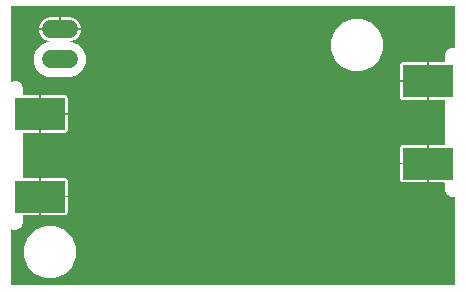
<source format=gbr>
G04 EAGLE Gerber RS-274X export*
G75*
%MOMM*%
%FSLAX34Y34*%
%LPD*%
%INBottom Copper*%
%IPPOS*%
%AMOC8*
5,1,8,0,0,1.08239X$1,22.5*%
G01*
%ADD10R,4.191000X2.667000*%
%ADD11C,1.524000*%

G36*
X382669Y7012D02*
X382669Y7012D01*
X382720Y7014D01*
X382752Y7032D01*
X382788Y7040D01*
X382827Y7073D01*
X382872Y7097D01*
X382893Y7127D01*
X382921Y7150D01*
X382942Y7197D01*
X382972Y7239D01*
X382980Y7281D01*
X382992Y7309D01*
X382991Y7339D01*
X382999Y7381D01*
X382999Y81582D01*
X382990Y81619D01*
X382992Y81657D01*
X382971Y81702D01*
X382960Y81750D01*
X382935Y81780D01*
X382919Y81815D01*
X382881Y81846D01*
X382850Y81884D01*
X382814Y81900D01*
X382785Y81924D01*
X382736Y81935D01*
X382691Y81955D01*
X382653Y81953D01*
X382615Y81962D01*
X382556Y81950D01*
X382518Y81948D01*
X382500Y81938D01*
X382473Y81933D01*
X382393Y81899D01*
X379607Y81899D01*
X377034Y82965D01*
X375065Y84934D01*
X373999Y87507D01*
X373999Y93578D01*
X373988Y93628D01*
X373986Y93679D01*
X373968Y93711D01*
X373960Y93747D01*
X373927Y93786D01*
X373903Y93831D01*
X373873Y93852D01*
X373850Y93880D01*
X373803Y93901D01*
X373761Y93931D01*
X373719Y93939D01*
X373691Y93951D01*
X373661Y93950D01*
X373619Y93958D01*
X360607Y93958D01*
X360607Y109453D01*
X360596Y109503D01*
X360594Y109554D01*
X360576Y109586D01*
X360568Y109622D01*
X360535Y109661D01*
X360511Y109706D01*
X360481Y109727D01*
X360457Y109755D01*
X360411Y109776D01*
X360369Y109806D01*
X360327Y109814D01*
X360299Y109826D01*
X360269Y109825D01*
X360227Y109833D01*
X359845Y109833D01*
X359845Y109835D01*
X360227Y109835D01*
X360277Y109846D01*
X360328Y109848D01*
X360360Y109866D01*
X360396Y109874D01*
X360435Y109907D01*
X360480Y109931D01*
X360501Y109961D01*
X360529Y109985D01*
X360550Y110031D01*
X360580Y110073D01*
X360588Y110115D01*
X360600Y110143D01*
X360599Y110173D01*
X360607Y110215D01*
X360607Y125710D01*
X373619Y125710D01*
X373669Y125721D01*
X373720Y125723D01*
X373752Y125741D01*
X373788Y125749D01*
X373827Y125782D01*
X373872Y125806D01*
X373893Y125836D01*
X373921Y125859D01*
X373942Y125906D01*
X373972Y125948D01*
X373980Y125990D01*
X373992Y126018D01*
X373991Y126048D01*
X373999Y126090D01*
X373999Y163470D01*
X373988Y163520D01*
X373986Y163571D01*
X373968Y163603D01*
X373960Y163639D01*
X373927Y163678D01*
X373903Y163723D01*
X373873Y163744D01*
X373850Y163772D01*
X373803Y163793D01*
X373761Y163823D01*
X373719Y163831D01*
X373691Y163843D01*
X373661Y163842D01*
X373619Y163850D01*
X360607Y163850D01*
X360607Y179345D01*
X360596Y179395D01*
X360594Y179446D01*
X360576Y179478D01*
X360568Y179514D01*
X360535Y179553D01*
X360511Y179598D01*
X360481Y179619D01*
X360457Y179647D01*
X360411Y179668D01*
X360369Y179698D01*
X360327Y179706D01*
X360299Y179718D01*
X360269Y179717D01*
X360227Y179725D01*
X359845Y179725D01*
X359845Y179727D01*
X360227Y179727D01*
X360277Y179738D01*
X360328Y179740D01*
X360360Y179758D01*
X360396Y179766D01*
X360435Y179799D01*
X360480Y179823D01*
X360501Y179853D01*
X360529Y179877D01*
X360550Y179923D01*
X360580Y179965D01*
X360588Y180007D01*
X360600Y180035D01*
X360599Y180065D01*
X360607Y180107D01*
X360607Y195602D01*
X373619Y195602D01*
X373669Y195613D01*
X373720Y195615D01*
X373752Y195633D01*
X373788Y195641D01*
X373827Y195674D01*
X373872Y195698D01*
X373893Y195728D01*
X373921Y195751D01*
X373942Y195798D01*
X373972Y195840D01*
X373980Y195882D01*
X373992Y195910D01*
X373992Y195912D01*
X373991Y195941D01*
X373999Y195982D01*
X373999Y202053D01*
X375065Y204626D01*
X377034Y206595D01*
X379607Y207661D01*
X382393Y207661D01*
X382473Y207627D01*
X382511Y207621D01*
X382547Y207605D01*
X382596Y207607D01*
X382644Y207599D01*
X382681Y207610D01*
X382720Y207612D01*
X382763Y207635D01*
X382810Y207650D01*
X382838Y207676D01*
X382872Y207695D01*
X382900Y207735D01*
X382936Y207769D01*
X382950Y207805D01*
X382972Y207836D01*
X382983Y207896D01*
X382996Y207931D01*
X382994Y207952D01*
X382999Y207978D01*
X382999Y242619D01*
X382988Y242669D01*
X382986Y242720D01*
X382968Y242752D01*
X382960Y242788D01*
X382927Y242827D01*
X382903Y242872D01*
X382873Y242893D01*
X382850Y242921D01*
X382803Y242942D01*
X382761Y242972D01*
X382719Y242980D01*
X382691Y242992D01*
X382661Y242991D01*
X382619Y242999D01*
X7381Y242999D01*
X7331Y242988D01*
X7280Y242986D01*
X7248Y242968D01*
X7212Y242960D01*
X7173Y242927D01*
X7128Y242903D01*
X7107Y242873D01*
X7079Y242850D01*
X7058Y242803D01*
X7028Y242761D01*
X7020Y242719D01*
X7008Y242691D01*
X7009Y242661D01*
X7001Y242619D01*
X7001Y179558D01*
X7010Y179521D01*
X7008Y179482D01*
X7029Y179437D01*
X7040Y179389D01*
X7065Y179360D01*
X7081Y179325D01*
X7119Y179294D01*
X7150Y179256D01*
X7186Y179240D01*
X7215Y179216D01*
X7263Y179205D01*
X7309Y179185D01*
X7347Y179186D01*
X7385Y179178D01*
X7444Y179190D01*
X7482Y179191D01*
X7500Y179201D01*
X7527Y179207D01*
X8768Y179721D01*
X11553Y179721D01*
X14126Y178655D01*
X16095Y176686D01*
X17161Y174113D01*
X17161Y168042D01*
X17172Y167992D01*
X17174Y167941D01*
X17192Y167909D01*
X17200Y167873D01*
X17233Y167834D01*
X17257Y167789D01*
X17287Y167768D01*
X17310Y167740D01*
X17357Y167719D01*
X17399Y167689D01*
X17441Y167681D01*
X17469Y167669D01*
X17499Y167670D01*
X17541Y167662D01*
X30553Y167662D01*
X30553Y152167D01*
X30564Y152117D01*
X30566Y152066D01*
X30584Y152034D01*
X30592Y151998D01*
X30625Y151959D01*
X30649Y151914D01*
X30679Y151893D01*
X30702Y151865D01*
X30749Y151844D01*
X30791Y151814D01*
X30833Y151806D01*
X30861Y151794D01*
X30891Y151795D01*
X30933Y151787D01*
X31315Y151787D01*
X31315Y151785D01*
X30933Y151785D01*
X30883Y151774D01*
X30832Y151772D01*
X30800Y151754D01*
X30764Y151746D01*
X30725Y151713D01*
X30680Y151689D01*
X30659Y151659D01*
X30631Y151635D01*
X30610Y151589D01*
X30580Y151547D01*
X30572Y151505D01*
X30560Y151477D01*
X30561Y151447D01*
X30553Y151405D01*
X30553Y135910D01*
X17541Y135910D01*
X17491Y135899D01*
X17440Y135897D01*
X17408Y135879D01*
X17372Y135871D01*
X17333Y135838D01*
X17288Y135814D01*
X17267Y135784D01*
X17239Y135761D01*
X17218Y135714D01*
X17188Y135672D01*
X17180Y135630D01*
X17168Y135602D01*
X17168Y135598D01*
X17169Y135571D01*
X17161Y135530D01*
X17161Y98150D01*
X17172Y98100D01*
X17174Y98049D01*
X17192Y98017D01*
X17200Y97981D01*
X17233Y97942D01*
X17257Y97897D01*
X17287Y97876D01*
X17310Y97848D01*
X17357Y97827D01*
X17399Y97797D01*
X17441Y97789D01*
X17469Y97777D01*
X17499Y97778D01*
X17541Y97770D01*
X30553Y97770D01*
X30553Y82275D01*
X30564Y82225D01*
X30566Y82174D01*
X30584Y82142D01*
X30592Y82106D01*
X30625Y82067D01*
X30649Y82022D01*
X30679Y82001D01*
X30702Y81973D01*
X30749Y81952D01*
X30791Y81922D01*
X30833Y81914D01*
X30861Y81902D01*
X30891Y81903D01*
X30933Y81895D01*
X31315Y81895D01*
X31315Y81893D01*
X30933Y81893D01*
X30883Y81882D01*
X30832Y81880D01*
X30800Y81862D01*
X30764Y81854D01*
X30725Y81821D01*
X30680Y81797D01*
X30659Y81767D01*
X30631Y81743D01*
X30610Y81697D01*
X30580Y81655D01*
X30572Y81613D01*
X30560Y81585D01*
X30561Y81555D01*
X30553Y81513D01*
X30553Y66018D01*
X17541Y66018D01*
X17491Y66007D01*
X17440Y66005D01*
X17408Y65987D01*
X17372Y65979D01*
X17333Y65946D01*
X17288Y65922D01*
X17267Y65892D01*
X17239Y65869D01*
X17218Y65822D01*
X17188Y65780D01*
X17180Y65738D01*
X17168Y65710D01*
X17169Y65680D01*
X17161Y65638D01*
X17161Y59567D01*
X16095Y56994D01*
X14126Y55025D01*
X11553Y53959D01*
X8768Y53959D01*
X7527Y54473D01*
X7489Y54480D01*
X7453Y54495D01*
X7404Y54493D01*
X7356Y54501D01*
X7319Y54490D01*
X7280Y54489D01*
X7237Y54465D01*
X7190Y54451D01*
X7162Y54424D01*
X7128Y54406D01*
X7100Y54366D01*
X7064Y54332D01*
X7051Y54296D01*
X7028Y54264D01*
X7017Y54205D01*
X7004Y54169D01*
X7006Y54149D01*
X7001Y54122D01*
X7001Y7381D01*
X7012Y7331D01*
X7014Y7280D01*
X7032Y7248D01*
X7040Y7212D01*
X7073Y7173D01*
X7097Y7128D01*
X7127Y7107D01*
X7150Y7079D01*
X7197Y7058D01*
X7239Y7028D01*
X7281Y7020D01*
X7309Y7008D01*
X7339Y7009D01*
X7381Y7001D01*
X382619Y7001D01*
X382669Y7012D01*
G37*
%LPC*%
G36*
X295624Y187999D02*
X295624Y187999D01*
X287538Y191349D01*
X281349Y197538D01*
X277999Y205624D01*
X277999Y214376D01*
X281349Y222462D01*
X287538Y228651D01*
X295624Y232001D01*
X304376Y232001D01*
X312462Y228651D01*
X318651Y222462D01*
X322001Y214376D01*
X322001Y205624D01*
X318651Y197538D01*
X312462Y191349D01*
X304376Y187999D01*
X295624Y187999D01*
G37*
%LPD*%
%LPC*%
G36*
X35624Y12999D02*
X35624Y12999D01*
X27538Y16349D01*
X21349Y22538D01*
X17999Y30624D01*
X17999Y39376D01*
X21349Y47462D01*
X27538Y53651D01*
X35624Y57001D01*
X44376Y57001D01*
X52462Y53651D01*
X58651Y47462D01*
X62001Y39376D01*
X62001Y30624D01*
X58651Y22538D01*
X52462Y16349D01*
X44376Y12999D01*
X35624Y12999D01*
G37*
%LPD*%
%LPC*%
G36*
X37732Y183499D02*
X37732Y183499D01*
X32358Y185725D01*
X28245Y189838D01*
X26019Y195212D01*
X26019Y201028D01*
X28245Y206402D01*
X32358Y210515D01*
X37732Y212741D01*
X38914Y212741D01*
X38970Y212754D01*
X39027Y212758D01*
X39053Y212773D01*
X39083Y212780D01*
X39127Y212817D01*
X39177Y212846D01*
X39193Y212871D01*
X39217Y212890D01*
X39240Y212943D01*
X39271Y212991D01*
X39275Y213021D01*
X39287Y213049D01*
X39285Y213106D01*
X39292Y213163D01*
X39282Y213191D01*
X39281Y213222D01*
X39253Y213272D01*
X39234Y213326D01*
X39213Y213347D01*
X39198Y213374D01*
X39151Y213407D01*
X39110Y213447D01*
X39077Y213459D01*
X39056Y213474D01*
X39014Y213482D01*
X38974Y213497D01*
X38261Y213609D01*
X36740Y214104D01*
X35315Y214830D01*
X34021Y215770D01*
X32890Y216901D01*
X31950Y218195D01*
X31224Y219620D01*
X30729Y221141D01*
X30479Y222720D01*
X30479Y222759D01*
X47879Y222759D01*
X47929Y222770D01*
X47980Y222772D01*
X48012Y222790D01*
X48048Y222798D01*
X48087Y222831D01*
X48132Y222855D01*
X48153Y222885D01*
X48181Y222908D01*
X48202Y222955D01*
X48231Y222997D01*
X48240Y223039D01*
X48252Y223067D01*
X48251Y223097D01*
X48259Y223139D01*
X48259Y223521D01*
X48261Y223521D01*
X48261Y223139D01*
X48273Y223089D01*
X48274Y223038D01*
X48292Y223006D01*
X48300Y222970D01*
X48333Y222931D01*
X48357Y222886D01*
X48387Y222865D01*
X48411Y222837D01*
X48457Y222816D01*
X48499Y222786D01*
X48541Y222778D01*
X48569Y222766D01*
X48599Y222767D01*
X48641Y222759D01*
X66041Y222759D01*
X66041Y222720D01*
X65791Y221141D01*
X65296Y219620D01*
X64570Y218195D01*
X63630Y216901D01*
X62499Y215770D01*
X61205Y214830D01*
X59780Y214104D01*
X58259Y213609D01*
X57546Y213497D01*
X57493Y213475D01*
X57437Y213462D01*
X57414Y213443D01*
X57386Y213431D01*
X57348Y213388D01*
X57303Y213352D01*
X57291Y213324D01*
X57271Y213301D01*
X57256Y213246D01*
X57233Y213193D01*
X57234Y213163D01*
X57226Y213134D01*
X57237Y213078D01*
X57239Y213020D01*
X57254Y212994D01*
X57259Y212964D01*
X57294Y212919D01*
X57322Y212868D01*
X57347Y212851D01*
X57365Y212827D01*
X57417Y212801D01*
X57464Y212768D01*
X57497Y212762D01*
X57521Y212750D01*
X57564Y212749D01*
X57606Y212741D01*
X58788Y212741D01*
X64162Y210515D01*
X68275Y206402D01*
X70501Y201028D01*
X70501Y195212D01*
X68275Y189838D01*
X64162Y185725D01*
X58788Y183499D01*
X37732Y183499D01*
G37*
%LPD*%
%LPC*%
G36*
X32075Y152547D02*
X32075Y152547D01*
X32075Y167662D01*
X52604Y167662D01*
X53250Y167489D01*
X53829Y167154D01*
X54302Y166681D01*
X54637Y166102D01*
X54810Y165456D01*
X54810Y152547D01*
X32075Y152547D01*
G37*
%LPD*%
%LPC*%
G36*
X32075Y82655D02*
X32075Y82655D01*
X32075Y97770D01*
X52604Y97770D01*
X53250Y97597D01*
X53829Y97262D01*
X54302Y96789D01*
X54637Y96210D01*
X54810Y95564D01*
X54810Y82655D01*
X32075Y82655D01*
G37*
%LPD*%
%LPC*%
G36*
X336350Y180487D02*
X336350Y180487D01*
X336350Y193396D01*
X336523Y194042D01*
X336858Y194621D01*
X337331Y195094D01*
X337910Y195429D01*
X338556Y195602D01*
X359085Y195602D01*
X359085Y180487D01*
X336350Y180487D01*
G37*
%LPD*%
%LPC*%
G36*
X336350Y110595D02*
X336350Y110595D01*
X336350Y123504D01*
X336523Y124150D01*
X336858Y124729D01*
X337331Y125202D01*
X337910Y125537D01*
X338556Y125710D01*
X359085Y125710D01*
X359085Y110595D01*
X336350Y110595D01*
G37*
%LPD*%
%LPC*%
G36*
X32075Y135910D02*
X32075Y135910D01*
X32075Y151025D01*
X54810Y151025D01*
X54810Y138116D01*
X54637Y137470D01*
X54302Y136891D01*
X53829Y136418D01*
X53250Y136083D01*
X52604Y135910D01*
X32075Y135910D01*
G37*
%LPD*%
%LPC*%
G36*
X32075Y66018D02*
X32075Y66018D01*
X32075Y81133D01*
X54810Y81133D01*
X54810Y68224D01*
X54637Y67578D01*
X54302Y66999D01*
X53829Y66526D01*
X53250Y66191D01*
X52604Y66018D01*
X32075Y66018D01*
G37*
%LPD*%
%LPC*%
G36*
X338556Y93958D02*
X338556Y93958D01*
X337910Y94131D01*
X337331Y94466D01*
X336858Y94939D01*
X336523Y95518D01*
X336475Y95700D01*
X336350Y96164D01*
X336350Y109073D01*
X359085Y109073D01*
X359085Y93958D01*
X338556Y93958D01*
G37*
%LPD*%
%LPC*%
G36*
X338556Y163850D02*
X338556Y163850D01*
X337910Y164023D01*
X337331Y164358D01*
X336858Y164831D01*
X336523Y165410D01*
X336350Y166056D01*
X336350Y178965D01*
X359085Y178965D01*
X359085Y163850D01*
X338556Y163850D01*
G37*
%LPD*%
%LPC*%
G36*
X49021Y224281D02*
X49021Y224281D01*
X49021Y233681D01*
X56680Y233681D01*
X58259Y233431D01*
X59780Y232936D01*
X61205Y232210D01*
X62499Y231270D01*
X63630Y230139D01*
X64570Y228845D01*
X65296Y227420D01*
X65791Y225899D01*
X66041Y224320D01*
X66041Y224281D01*
X49021Y224281D01*
G37*
%LPD*%
%LPC*%
G36*
X30479Y224281D02*
X30479Y224281D01*
X30479Y224320D01*
X30729Y225899D01*
X31224Y227420D01*
X31950Y228845D01*
X32890Y230139D01*
X34021Y231270D01*
X35315Y232210D01*
X36740Y232936D01*
X38261Y233431D01*
X39840Y233681D01*
X47499Y233681D01*
X47499Y224281D01*
X30479Y224281D01*
G37*
%LPD*%
D10*
X31314Y81894D03*
X31314Y151786D03*
X359846Y179726D03*
X359846Y109834D03*
D11*
X55880Y198120D02*
X40640Y198120D01*
X40640Y223520D02*
X55880Y223520D01*
M02*

</source>
